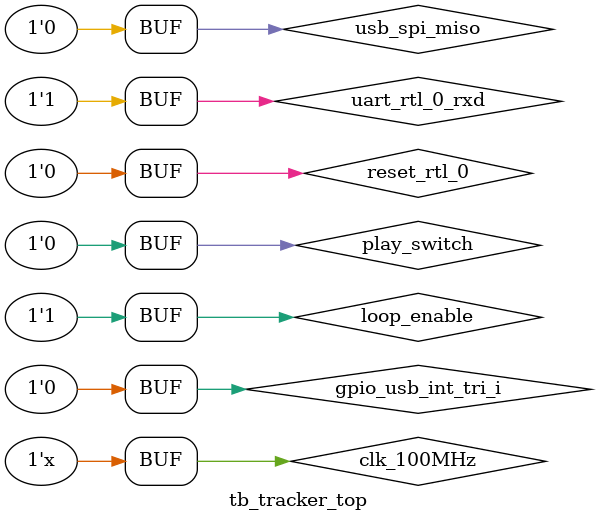
<source format=sv>
`timescale 1ns/1ps

module tb_tracker_top;

    // ------------------------------------------------------------------
    // DUT ports (driven by testbench / observed)
    // ------------------------------------------------------------------
    logic play_switch;
    logic loop_enable;
    logic clk_100MHz;
    logic reset_rtl_0;

    // UART
    logic uart_rtl_0_rxd; // testbench drives RX (device reads)
    wire  uart_rtl_0_txd; // device drives TX (we can monitor)

    // HDMI outputs (observed only)
    wire hdmi_tmds_clk_n;
    wire hdmi_tmds_clk_p;
    wire [2:0] hdmi_tmds_data_n;
    wire [2:0] hdmi_tmds_data_p;

    // USB
    logic gpio_usb_int_tri_i;   // testbench -> DUT
    wire  gpio_usb_rst_tri_o;   // DUT -> testbench
    logic usb_spi_miso;         // testbench -> DUT (MISO)
    wire  usb_spi_mosi;         // DUT -> testbench (MOSI)
    wire  usb_spi_sclk;
    wire  usb_spi_ss;

    // DAC outputs
    wire output_stream;
    wire bit_clk_out;
    wire LR_select;

    // ------------------------------------------------------------------
    // Instantiate DUT
    // ------------------------------------------------------------------
    tracker_top uut (
        .play_switch(play_switch),
        .loop_enable(loop_enable),
        .clk_100MHz(clk_100MHz),
        .reset_rtl_0(reset_rtl_0),

        .uart_rtl_0_rxd(uart_rtl_0_rxd),
        .uart_rtl_0_txd(uart_rtl_0_txd),

        .hdmi_tmds_clk_n(hdmi_tmds_clk_n),
        .hdmi_tmds_clk_p(hdmi_tmds_clk_p),
        .hdmi_tmds_data_n(hdmi_tmds_data_n),
        .hdmi_tmds_data_p(hdmi_tmds_data_p),

        .gpio_usb_int_tri_i(gpio_usb_int_tri_i),
        .gpio_usb_rst_tri_o(gpio_usb_rst_tri_o),
        .usb_spi_miso(usb_spi_miso),
        .usb_spi_mosi(usb_spi_mosi),
        .usb_spi_sclk(usb_spi_sclk),
        .usb_spi_ss(usb_spi_ss),

        .output_stream(output_stream),
        .bit_clk_out(bit_clk_out),
        .LR_select(LR_select)
    );

    // ------------------------------------------------------------------
    // Clocks
    // ------------------------------------------------------------------
    initial begin
        clk_100MHz = 0;
    end

    // 100 MHz clock --> period = 10 ns
    always #5 clk_100MHz = ~clk_100MHz;

    // ------------------------------------------------------------------
    // Test stimulus
    // ------------------------------------------------------------------
    initial begin
       
        // Initial values
        play_switch         = 0;
        loop_enable         = 0;
        reset_rtl_0         = 1;   // assert active-high reset
        uart_rtl_0_rxd      = 1;   // idle high
        gpio_usb_int_tri_i  = 0;
        usb_spi_miso        = 0;

        // Hold reset for a few hundred ns
        #200;
        reset_rtl_0 = 0; // deassert reset
       

        // Wait for a short time so DUT can initialize
        #1000;

        // Toggle play, enable loop, test USB interrupt
        play_switch = 1;
        loop_enable = 1;
      
        // Pulse USB interrupt to simulate a USB event
        #50000;
        gpio_usb_int_tri_i = 1;
      
        #20000;
        gpio_usb_int_tri_i = 0;
   

        // Send a few UART bytes to the design (example ASCII "HELLO")
        #20000;
   
        // Let the DUT run for a while to observe audio/HDMI activity
        #5_000_000; // 5 ms of simulation time

        // Toggle play off
        play_switch = 0;
      
    end

endmodule
</source>
